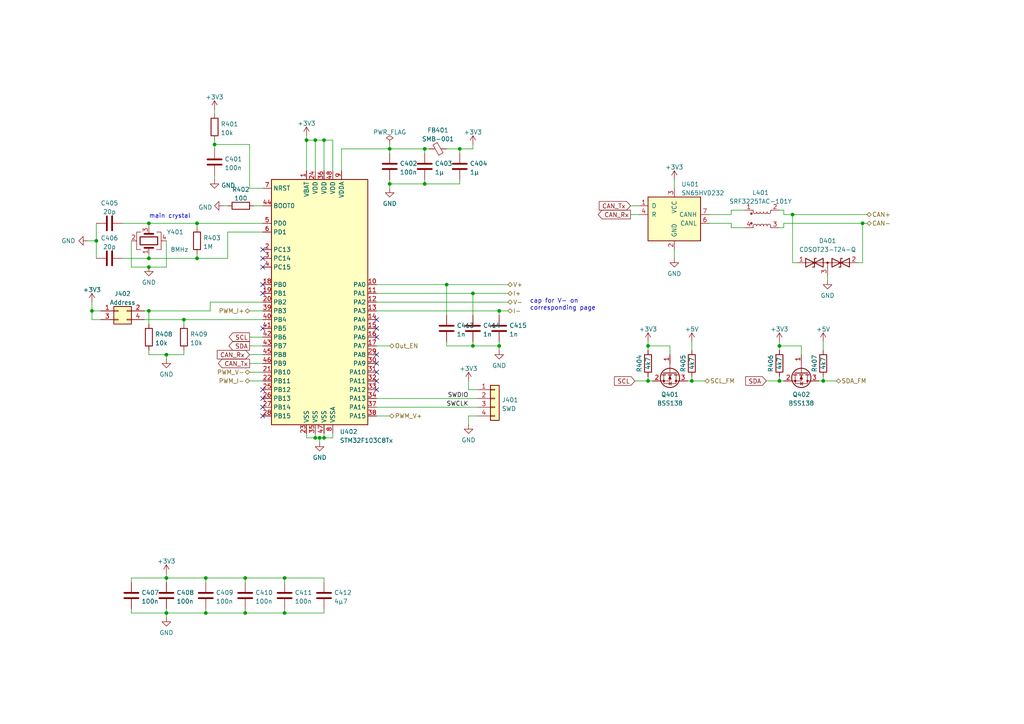
<source format=kicad_sch>
(kicad_sch (version 20211123) (generator eeschema)
  (paper "A4")
  (title_block (title "CPU and Bus") (date "2022-11-27") (rev "Rev V1.0") (company "Synthron"))
  (lib_symbols
    (symbol "Connector_Generic:Conn_01x04" (pin_names (offset 1.016) hide)
      (property "Reference" "J" (at 0 5.08 0))
      (property "Value" "Conn_01x04" (at 0 -7.62 0))
      (symbol "Conn_01x04_1_1"
        (rectangle (start -1.27 -4.953) (end 0 -5.207) (stroke (width 0.1524)))
        (rectangle (start -1.27 -2.413) (end 0 -2.667) (stroke (width 0.1524)))
        (rectangle (start -1.27 0.127) (end 0 -0.127) (stroke (width 0.1524)))
        (rectangle (start -1.27 2.667) (end 0 2.413) (stroke (width 0.1524)))
        (rectangle (start -1.27 3.81) (end 1.27 -6.35) (stroke (width 0.254)) (fill (type background)))
        (pin passive line (at -5.08 2.54 0) (length 3.81) (name "Pin_1") (number "1"))
        (pin passive line (at -5.08 0 0) (length 3.81) (name "Pin_2") (number "2"))
        (pin passive line (at -5.08 -2.54 0) (length 3.81) (name "Pin_3") (number "3"))
        (pin passive line (at -5.08 -5.08 0) (length 3.81) (name "Pin_4") (number "4"))
      )
    )
    (symbol "Connector_Generic:Conn_02x02_Odd_Even" (pin_names (offset 1.016) hide)
      (property "Reference" "J" (at 1.27 2.54 0))
      (property "Value" "Conn_02x02_Odd_Even" (at 1.27 -5.08 0))
      (symbol "Conn_02x02_Odd_Even_1_1"
        (rectangle (start -1.27 -2.413) (end 0 -2.667) (stroke (width 0.1524)))
        (rectangle (start -1.27 0.127) (end 0 -0.127) (stroke (width 0.1524)))
        (rectangle (start -1.27 1.27) (end 3.81 -3.81) (stroke (width 0.254)) (fill (type background)))
        (rectangle (start 3.81 -2.413) (end 2.54 -2.667) (stroke (width 0.1524)))
        (rectangle (start 3.81 0.127) (end 2.54 -0.127) (stroke (width 0.1524)))
        (pin passive line (at -5.08 0 0) (length 3.81) (name "Pin_1") (number "1"))
        (pin passive line (at 7.62 0 180) (length 3.81) (name "Pin_2") (number "2"))
        (pin passive line (at -5.08 -2.54 0) (length 3.81) (name "Pin_3") (number "3"))
        (pin passive line (at 7.62 -2.54 180) (length 3.81) (name "Pin_4") (number "4"))
      )
    )
    (symbol "Device:C" (pin_numbers hide) (pin_names (offset 0.254))
      (property "Reference" "C" (at 0.635 2.54 0))
      (property "Value" "C" (at 0.635 -2.54 0))
      (symbol "C_0_1"
        (polyline (pts (xy -2.032 -0.762) (xy 2.032 -0.762)) (stroke (width 0.508)))
        (polyline (pts (xy -2.032 0.762) (xy 2.032 0.762)) (stroke (width 0.508)))
      )
      (symbol "C_1_1"
        (pin passive line (at 0 3.81 270) (length 2.794) (name "~") (number "1"))
        (pin passive line (at 0 -3.81 90) (length 2.794) (name "~") (number "2"))
      )
    )
    (symbol "Device:Crystal_GND24" (pin_names (offset 1.016) hide)
      (property "Reference" "Y" (at 3.175 5.08 0))
      (property "Value" "Crystal_GND24" (at 3.175 3.175 0))
      (symbol "Crystal_GND24_0_1"
        (rectangle (start -1.143 2.54) (end 1.143 -2.54) (stroke (width 0.3048)))
        (polyline (pts (xy -2.54 0) (xy -2.032 0)))
        (polyline (pts (xy -2.032 -1.27) (xy -2.032 1.27)) (stroke (width 0.508)))
        (polyline (pts (xy 0 -3.81) (xy 0 -3.556)))
        (polyline (pts (xy 0 3.556) (xy 0 3.81)))
        (polyline (pts (xy 2.032 -1.27) (xy 2.032 1.27)) (stroke (width 0.508)))
        (polyline (pts (xy 2.032 0) (xy 2.54 0)))
        (polyline (pts (xy -2.54 -2.286) (xy -2.54 -3.556) (xy 2.54 -3.556) (xy 2.54 -2.286)))
        (polyline (pts (xy -2.54 2.286) (xy -2.54 3.556) (xy 2.54 3.556) (xy 2.54 2.286)))
      )
      (symbol "Crystal_GND24_1_1"
        (pin passive line (at -3.81 0 0) (length 1.27) (name "1") (number "1"))
        (pin passive line (at 0 5.08 270) (length 1.27) (name "2") (number "2"))
        (pin passive line (at 3.81 0 180) (length 1.27) (name "3") (number "3"))
        (pin passive line (at 0 -5.08 90) (length 1.27) (name "4") (number "4"))
      )
    )
    (symbol "Device:D_TVS_Dual_AAC" (pin_names (offset 1.016) hide)
      (property "Reference" "D" (at 0 4.445 0))
      (property "Value" "D_TVS_Dual_AAC" (at 0 2.54 0))
      (symbol "D_TVS_Dual_AAC_0_0"
        (polyline (pts (xy 0 -1.27) (xy 0 0)))
      )
      (symbol "D_TVS_Dual_AAC_0_1"
        (polyline (pts (xy -6.35 0) (xy 6.35 0)))
        (polyline (pts (xy -3.302 1.27) (xy -3.81 1.27) (xy -3.81 -1.27) (xy -4.318 -1.27)) (stroke (width 0.254)))
        (polyline (pts (xy 4.318 1.27) (xy 3.81 1.27) (xy 3.81 -1.27) (xy 3.302 -1.27)) (stroke (width 0.254)))
        (polyline (pts (xy -6.35 1.27) (xy -1.27 -1.27) (xy -1.27 1.27) (xy -6.35 -1.27) (xy -6.35 1.27)) (stroke (width 0.254)))
        (polyline (pts (xy 6.35 1.27) (xy 1.27 -1.27) (xy 1.27 1.27) (xy 6.35 -1.27) (xy 6.35 1.27)) (stroke (width 0.254)))
        (circle (center 0 0) (radius 0.254) (fill (type outline)))
      )
      (symbol "D_TVS_Dual_AAC_1_1"
        (pin passive line (at -8.89 0 0) (length 2.54) (name "A1") (number "1"))
        (pin passive line (at 8.89 0 180) (length 2.54) (name "A2") (number "2"))
        (pin input line (at 0 -3.81 90) (length 2.54) (name "common") (number "3"))
      )
    )
    (symbol "Device:FerriteBead_Small" (pin_numbers hide) (pin_names (offset 0))
      (property "Reference" "FB" (at 1.905 1.27 0))
      (property "Value" "FerriteBead_Small" (at 1.905 -1.27 0))
      (symbol "FerriteBead_Small_0_1"
        (polyline (pts (xy 0 -1.27) (xy 0 -0.7874)))
        (polyline (pts (xy 0 0.889) (xy 0 1.2954)))
        (polyline (pts (xy -1.8288 0.2794) (xy -1.1176 1.4986) (xy 1.8288 -0.2032) (xy 1.1176 -1.4224) (xy -1.8288 0.2794)))
      )
      (symbol "FerriteBead_Small_1_1"
        (pin passive line (at 0 2.54 270) (length 1.27) (name "~") (number "1"))
        (pin passive line (at 0 -2.54 90) (length 1.27) (name "~") (number "2"))
      )
    )
    (symbol "Device:L_Coupled_1243" (pin_names (offset 0.254) hide)
      (property "Reference" "L" (at 0 4.445 0))
      (property "Value" "L_Coupled_1243" (at 0 -4.445 0))
      (symbol "L_Coupled_1243_0_1"
        (circle (center -3.048 -1.27) (radius 0.254) (fill (type outline)))
        (circle (center -3.048 1.524) (radius 0.254) (fill (type outline)))
        (arc (start -2.54 2.032) (mid -2.032 1.524) (end -1.524 2.032))
        (arc (start -1.524 -2.032) (mid -2.032 -1.524) (end -2.54 -2.032))
        (arc (start -1.524 2.032) (mid -1.016 1.524) (end -0.508 2.032))
        (arc (start -0.508 -2.032) (mid -1.016 -1.524) (end -1.524 -2.032))
        (arc (start -0.508 2.032) (mid 0 1.524) (end 0.508 2.032))
        (polyline (pts (xy -2.54 -2.032) (xy -2.54 -2.54)))
        (polyline (pts (xy -2.54 2.032) (xy -2.54 2.54)))
        (polyline (pts (xy 2.54 -2.032) (xy 2.54 -2.54)))
        (polyline (pts (xy 2.54 2.54) (xy 2.54 2.032)))
        (arc (start 0.508 -2.032) (mid 0 -1.524) (end -0.508 -2.032))
        (arc (start 0.508 2.032) (mid 1.016 1.524) (end 1.524 2.032))
        (arc (start 1.524 -2.032) (mid 1.016 -1.524) (end 0.508 -2.032))
        (arc (start 1.524 2.032) (mid 2.032 1.524) (end 2.54 2.032))
        (arc (start 2.54 -2.032) (mid 2.032 -1.524) (end 1.524 -2.032))
      )
      (symbol "L_Coupled_1243_1_1"
        (pin passive line (at -5.08 2.54 0) (length 2.54) (name "1") (number "1"))
        (pin passive line (at 5.08 2.54 180) (length 2.54) (name "2") (number "2"))
        (pin passive line (at 5.08 -2.54 180) (length 2.54) (name "3") (number "3"))
        (pin passive line (at -5.08 -2.54 0) (length 2.54) (name "4") (number "4"))
      )
    )
    (symbol "Device:R" (pin_numbers hide) (pin_names (offset 0))
      (property "Reference" "R" (at 2.032 0 90))
      (property "Value" "R" (at 0 0 90))
      (symbol "R_0_1"
        (rectangle (start -1.016 -2.54) (end 1.016 2.54) (stroke (width 0.254)))
      )
      (symbol "R_1_1"
        (pin passive line (at 0 3.81 270) (length 1.27) (name "~") (number "1"))
        (pin passive line (at 0 -3.81 90) (length 1.27) (name "~") (number "2"))
      )
    )
    (symbol "Interface_CAN_LIN:SN65HVD232" (pin_names (offset 1.016))
      (property "Reference" "U" (at -2.54 10.16 0))
      (property "Value" "SN65HVD232" (at -2.54 7.62 0))
      (symbol "SN65HVD232_0_1"
        (rectangle (start -7.62 5.08) (end 7.62 -7.62) (stroke (width 0.254)) (fill (type background)))
      )
      (symbol "SN65HVD232_1_1"
        (pin input line (at -10.16 2.54 0) (length 2.54) (name "D") (number "1"))
        (pin power_in line (at 0 -10.16 90) (length 2.54) (name "GND") (number "2"))
        (pin power_in line (at 0 7.62 270) (length 2.54) (name "VCC") (number "3"))
        (pin output line (at -10.16 0 0) (length 2.54) (name "R") (number "4"))
        (pin no_connect line (at -10.16 -2.54 0) (length 2.54) hide (name "NC") (number "5"))
        (pin bidirectional line (at 10.16 -2.54 180) (length 2.54) (name "CANL") (number "6"))
        (pin bidirectional line (at 10.16 0 180) (length 2.54) (name "CANH") (number "7"))
        (pin no_connect line (at -10.16 -5.08 0) (length 2.54) hide (name "NC") (number "8"))
      )
    )
    (symbol "MCU_ST_STM32F1:STM32F103C8Tx"
      (property "Reference" "U" (at -15.24 36.83 0))
      (property "Value" "STM32F103C8Tx" (at 7.62 36.83 0))
      (symbol "STM32F103C8Tx_0_1"
        (rectangle (start -15.24 -35.56) (end 12.7 35.56) (stroke (width 0.254)) (fill (type background)))
      )
      (symbol "STM32F103C8Tx_1_1"
        (pin power_in line (at -5.08 38.1 270) (length 2.54) (name "VBAT") (number "1"))
        (pin bidirectional line (at 15.24 5.08 180) (length 2.54) (name "PA0") (number "10"))
        (pin bidirectional line (at 15.24 2.54 180) (length 2.54) (name "PA1") (number "11"))
        (pin bidirectional line (at 15.24 0 180) (length 2.54) (name "PA2") (number "12"))
        (pin bidirectional line (at 15.24 -2.54 180) (length 2.54) (name "PA3") (number "13"))
        (pin bidirectional line (at 15.24 -5.08 180) (length 2.54) (name "PA4") (number "14"))
        (pin bidirectional line (at 15.24 -7.62 180) (length 2.54) (name "PA5") (number "15"))
        (pin bidirectional line (at 15.24 -10.16 180) (length 2.54) (name "PA6") (number "16"))
        (pin bidirectional line (at 15.24 -12.7 180) (length 2.54) (name "PA7") (number "17"))
        (pin bidirectional line (at -17.78 5.08 0) (length 2.54) (name "PB0") (number "18"))
        (pin bidirectional line (at -17.78 2.54 0) (length 2.54) (name "PB1") (number "19"))
        (pin bidirectional line (at -17.78 15.24 0) (length 2.54) (name "PC13") (number "2"))
        (pin bidirectional line (at -17.78 0 0) (length 2.54) (name "PB2") (number "20"))
        (pin bidirectional line (at -17.78 -20.32 0) (length 2.54) (name "PB10") (number "21"))
        (pin bidirectional line (at -17.78 -22.86 0) (length 2.54) (name "PB11") (number "22"))
        (pin power_in line (at -5.08 -38.1 90) (length 2.54) (name "VSS") (number "23"))
        (pin power_in line (at -2.54 38.1 270) (length 2.54) (name "VDD") (number "24"))
        (pin bidirectional line (at -17.78 -25.4 0) (length 2.54) (name "PB12") (number "25"))
        (pin bidirectional line (at -17.78 -27.94 0) (length 2.54) (name "PB13") (number "26"))
        (pin bidirectional line (at -17.78 -30.48 0) (length 2.54) (name "PB14") (number "27"))
        (pin bidirectional line (at -17.78 -33.02 0) (length 2.54) (name "PB15") (number "28"))
        (pin bidirectional line (at 15.24 -15.24 180) (length 2.54) (name "PA8") (number "29"))
        (pin bidirectional line (at -17.78 12.7 0) (length 2.54) (name "PC14") (number "3"))
        (pin bidirectional line (at 15.24 -17.78 180) (length 2.54) (name "PA9") (number "30"))
        (pin bidirectional line (at 15.24 -20.32 180) (length 2.54) (name "PA10") (number "31"))
        (pin bidirectional line (at 15.24 -22.86 180) (length 2.54) (name "PA11") (number "32"))
        (pin bidirectional line (at 15.24 -25.4 180) (length 2.54) (name "PA12") (number "33"))
        (pin bidirectional line (at 15.24 -27.94 180) (length 2.54) (name "PA13") (number "34"))
        (pin power_in line (at -2.54 -38.1 90) (length 2.54) (name "VSS") (number "35"))
        (pin power_in line (at 0 38.1 270) (length 2.54) (name "VDD") (number "36"))
        (pin bidirectional line (at 15.24 -30.48 180) (length 2.54) (name "PA14") (number "37"))
        (pin bidirectional line (at 15.24 -33.02 180) (length 2.54) (name "PA15") (number "38"))
        (pin bidirectional line (at -17.78 -2.54 0) (length 2.54) (name "PB3") (number "39"))
        (pin bidirectional line (at -17.78 10.16 0) (length 2.54) (name "PC15") (number "4"))
        (pin bidirectional line (at -17.78 -5.08 0) (length 2.54) (name "PB4") (number "40"))
        (pin bidirectional line (at -17.78 -7.62 0) (length 2.54) (name "PB5") (number "41"))
        (pin bidirectional line (at -17.78 -10.16 0) (length 2.54) (name "PB6") (number "42"))
        (pin bidirectional line (at -17.78 -12.7 0) (length 2.54) (name "PB7") (number "43"))
        (pin input line (at -17.78 27.94 0) (length 2.54) (name "BOOT0") (number "44"))
        (pin bidirectional line (at -17.78 -15.24 0) (length 2.54) (name "PB8") (number "45"))
        (pin bidirectional line (at -17.78 -17.78 0) (length 2.54) (name "PB9") (number "46"))
        (pin power_in line (at 0 -38.1 90) (length 2.54) (name "VSS") (number "47"))
        (pin power_in line (at 2.54 38.1 270) (length 2.54) (name "VDD") (number "48"))
        (pin input line (at -17.78 22.86 0) (length 2.54) (name "PD0") (number "5"))
        (pin input line (at -17.78 20.32 0) (length 2.54) (name "PD1") (number "6"))
        (pin input line (at -17.78 33.02 0) (length 2.54) (name "NRST") (number "7"))
        (pin power_in line (at 2.54 -38.1 90) (length 2.54) (name "VSSA") (number "8"))
        (pin power_in line (at 5.08 38.1 270) (length 2.54) (name "VDDA") (number "9"))
      )
    )
    (symbol "Transistor_FET:BSS138" (pin_names hide)
      (property "Reference" "Q" (at 5.08 1.905 0))
      (property "Value" "BSS138" (at 5.08 0 0))
      (symbol "BSS138_0_1"
        (polyline (pts (xy 0.254 0) (xy -2.54 0)))
        (polyline (pts (xy 0.254 1.905) (xy 0.254 -1.905)) (stroke (width 0.254)))
        (polyline (pts (xy 0.762 -1.27) (xy 0.762 -2.286)) (stroke (width 0.254)))
        (polyline (pts (xy 0.762 0.508) (xy 0.762 -0.508)) (stroke (width 0.254)))
        (polyline (pts (xy 0.762 2.286) (xy 0.762 1.27)) (stroke (width 0.254)))
        (polyline (pts (xy 2.54 2.54) (xy 2.54 1.778)))
        (polyline (pts (xy 2.54 -2.54) (xy 2.54 0) (xy 0.762 0)))
        (polyline (pts (xy 0.762 -1.778) (xy 3.302 -1.778) (xy 3.302 1.778) (xy 0.762 1.778)))
        (polyline (pts (xy 1.016 0) (xy 2.032 0.381) (xy 2.032 -0.381) (xy 1.016 0)) (fill (type outline)))
        (polyline (pts (xy 2.794 0.508) (xy 2.921 0.381) (xy 3.683 0.381) (xy 3.81 0.254)))
        (polyline (pts (xy 3.302 0.381) (xy 2.921 -0.254) (xy 3.683 -0.254) (xy 3.302 0.381)))
        (circle (center 1.651 0) (radius 2.794) (stroke (width 0.254)))
        (circle (center 2.54 -1.778) (radius 0.254) (fill (type outline)))
        (circle (center 2.54 1.778) (radius 0.254) (fill (type outline)))
      )
      (symbol "BSS138_1_1"
        (pin input line (at -5.08 0 0) (length 2.54) (name "G") (number "1"))
        (pin passive line (at 2.54 -5.08 90) (length 2.54) (name "S") (number "2"))
        (pin passive line (at 2.54 5.08 270) (length 2.54) (name "D") (number "3"))
      )
    )
    (symbol "power:+3V3" (power) (pin_names (offset 0))
      (property "Value" "+3V3" (at 0 3.556 0))
      (symbol "+3V3_0_1"
        (polyline (pts (xy -0.762 1.27) (xy 0 2.54)))
        (polyline (pts (xy 0 0) (xy 0 2.54)))
        (polyline (pts (xy 0 2.54) (xy 0.762 1.27)))
      )
      (symbol "+3V3_1_1"
        (pin power_in line (at 0 0 90) (length 0) hide (name "+3V3") (number "1"))
      )
    )
    (symbol "power:+5V" (power) (pin_names (offset 0))
      (property "Value" "+5V" (at 0 3.556 0))
      (symbol "+5V_0_1"
        (polyline (pts (xy -0.762 1.27) (xy 0 2.54)))
        (polyline (pts (xy 0 0) (xy 0 2.54)))
        (polyline (pts (xy 0 2.54) (xy 0.762 1.27)))
      )
      (symbol "+5V_1_1"
        (pin power_in line (at 0 0 90) (length 0) hide (name "+5V") (number "1"))
      )
    )
    (symbol "power:GND" (power) (pin_names (offset 0))
      (property "Value" "GND" (at 0 -3.81 0))
      (symbol "GND_0_1"
        (polyline (pts (xy 0 0) (xy 0 -1.27) (xy 1.27 -1.27) (xy 0 -2.54) (xy -1.27 -1.27) (xy 0 -1.27)))
      )
      (symbol "GND_1_1"
        (pin power_in line (at 0 0 270) (length 0) hide (name "GND") (number "1"))
      )
    )
    (symbol "power:PWR_FLAG" (power) (pin_numbers hide) (pin_names (offset 0) hide)
      (property "Value" "PWR_FLAG" (at 0 3.81 0))
      (symbol "PWR_FLAG_0_0"
        (pin power_out line (at 0 0 90) (length 0) (name "pwr") (number "1"))
      )
      (symbol "PWR_FLAG_0_1"
        (polyline (pts (xy 0 0) (xy 0 1.27) (xy -1.016 1.905) (xy 0 2.54) (xy 1.016 1.905) (xy 0 1.27)))
      )
    )
  )
  (junction (at 43.18 64.77))
  (junction (at 48.26 167.64))
  (junction (at 113.03 43.18))
  (junction (at 82.55 177.8))
  (junction (at 71.12 177.8))
  (junction (at 123.19 53.34))
  (junction (at 226.06 110.49))
  (junction (at 226.06 100.33))
  (junction (at 62.23 41.91))
  (junction (at 93.98 40.64))
  (junction (at 27.94 69.85))
  (junction (at 91.44 40.64))
  (junction (at 57.15 74.93))
  (junction (at 48.26 177.8))
  (junction (at 59.69 177.8))
  (junction (at 238.76 110.49))
  (junction (at 71.12 167.64))
  (junction (at 92.71 127))
  (junction (at 123.19 43.18))
  (junction (at 113.03 53.34))
  (junction (at 187.96 110.49))
  (junction (at 229.87 62.23))
  (junction (at 93.98 127))
  (junction (at 250.19 64.77))
  (junction (at 187.96 100.33))
  (junction (at 26.67 90.17))
  (junction (at 53.34 92.71))
  (junction (at 88.9 40.64))
  (junction (at 57.15 64.77))
  (junction (at 144.78 100.33))
  (junction (at 43.18 77.47))
  (junction (at 59.69 167.64))
  (junction (at 137.16 100.33))
  (junction (at 137.16 85.09))
  (junction (at 91.44 127))
  (junction (at 48.26 102.87))
  (junction (at 129.54 82.55))
  (junction (at 133.35 43.18))
  (junction (at 43.18 90.17))
  (junction (at 82.55 167.64))
  (junction (at 144.78 90.17))
  (junction (at 200.66 110.49))
  (junction (at 43.18 74.93))
  (no_connect (at 109.22 92.71))
  (no_connect (at 109.22 97.79))
  (no_connect (at 76.2 82.55))
  (no_connect (at 109.22 110.49))
  (no_connect (at 76.2 85.09))
  (no_connect (at 109.22 107.95))
  (no_connect (at 76.2 120.65))
  (no_connect (at 76.2 113.03))
  (no_connect (at 76.2 95.25))
  (no_connect (at 76.2 72.39))
  (no_connect (at 109.22 105.41))
  (no_connect (at 76.2 115.57))
  (no_connect (at 76.2 118.11))
  (no_connect (at 76.2 74.93))
  (no_connect (at 109.22 95.25))
  (no_connect (at 109.22 102.87))
  (no_connect (at 76.2 77.47))
  (no_connect (at 109.22 113.03))
  (wire (pts (xy 72.39 105.41) (xy 76.2 105.41)))
  (wire (pts (xy 57.15 64.77) (xy 76.2 64.77)))
  (wire (pts (xy 91.44 127) (xy 92.71 127)))
  (wire (pts (xy 48.26 167.64) (xy 59.69 167.64)))
  (wire (pts (xy 182.88 59.69) (xy 185.42 59.69)))
  (wire (pts (xy 144.78 99.06) (xy 144.78 100.33)))
  (wire (pts (xy 38.1 77.47) (xy 43.18 77.47)))
  (wire (pts (xy 250.19 76.2) (xy 250.19 64.77)))
  (wire (pts (xy 133.35 52.07) (xy 133.35 53.34)))
  (wire (pts (xy 182.88 62.23) (xy 185.42 62.23)))
  (wire (pts (xy 227.33 62.23) (xy 229.87 62.23)))
  (wire (pts (xy 82.55 167.64) (xy 93.98 167.64)))
  (wire (pts (xy 57.15 64.77) (xy 57.15 66.04)))
  (wire (pts (xy 41.91 92.71) (xy 53.34 92.71)))
  (wire (pts (xy 129.54 100.33) (xy 137.16 100.33)))
  (wire (pts (xy 123.19 52.07) (xy 123.19 53.34)))
  (wire (pts (xy 226.06 99.06) (xy 226.06 100.33)))
  (wire (pts (xy 137.16 99.06) (xy 137.16 100.33)))
  (wire (pts (xy 62.23 41.91) (xy 72.39 41.91)))
  (wire (pts (xy 93.98 177.8) (xy 82.55 177.8)))
  (wire (pts (xy 187.96 100.33) (xy 187.96 101.6)))
  (wire (pts (xy 113.03 43.18) (xy 113.03 44.45)))
  (wire (pts (xy 71.12 167.64) (xy 82.55 167.64)))
  (wire (pts (xy 62.23 40.64) (xy 62.23 41.91)))
  (wire (pts (xy 109.22 120.65) (xy 113.03 120.65)))
  (wire (pts (xy 200.66 110.49) (xy 199.39 110.49)))
  (wire (pts (xy 109.22 90.17) (xy 144.78 90.17)))
  (wire (pts (xy 99.06 43.18) (xy 113.03 43.18)))
  (wire (pts (xy 133.35 43.18) (xy 133.35 44.45)))
  (wire (pts (xy 129.54 82.55) (xy 129.54 91.44)))
  (wire (pts (xy 250.19 64.77) (xy 251.46 64.77)))
  (wire (pts (xy 48.26 69.85) (xy 48.26 77.47)))
  (wire (pts (xy 212.09 60.96) (xy 215.9 60.96)))
  (wire (pts (xy 38.1 69.85) (xy 38.1 77.47)))
  (wire (pts (xy 88.9 40.64) (xy 88.9 49.53)))
  (wire (pts (xy 238.76 99.06) (xy 238.76 101.6)))
  (wire (pts (xy 48.26 177.8) (xy 59.69 177.8)))
  (wire (pts (xy 59.69 167.64) (xy 59.69 168.91)))
  (wire (pts (xy 29.21 90.17) (xy 26.67 90.17)))
  (wire (pts (xy 57.15 73.66) (xy 57.15 74.93)))
  (wire (pts (xy 232.41 102.87) (xy 232.41 100.33)))
  (wire (pts (xy 26.67 90.17) (xy 26.67 92.71)))
  (wire (pts (xy 71.12 177.8) (xy 59.69 177.8)))
  (wire (pts (xy 72.39 54.61) (xy 76.2 54.61)))
  (wire (pts (xy 88.9 125.73) (xy 88.9 127)))
  (wire (pts (xy 195.58 52.07) (xy 195.58 54.61)))
  (wire (pts (xy 72.39 97.79) (xy 76.2 97.79)))
  (wire (pts (xy 113.03 41.91) (xy 113.03 43.18)))
  (wire (pts (xy 212.09 64.77) (xy 212.09 66.04)))
  (wire (pts (xy 187.96 109.22) (xy 187.96 110.49)))
  (wire (pts (xy 72.39 90.17) (xy 76.2 90.17)))
  (wire (pts (xy 48.26 102.87) (xy 53.34 102.87)))
  (wire (pts (xy 73.66 59.69) (xy 76.2 59.69)))
  (wire (pts (xy 64.77 59.69) (xy 66.04 59.69)))
  (wire (pts (xy 212.09 62.23) (xy 212.09 60.96)))
  (wire (pts (xy 96.52 40.64) (xy 93.98 40.64)))
  (wire (pts (xy 133.35 43.18) (xy 129.54 43.18)))
  (wire (pts (xy 82.55 177.8) (xy 71.12 177.8)))
  (wire (pts (xy 71.12 167.64) (xy 71.12 168.91)))
  (wire (pts (xy 248.92 76.2) (xy 250.19 76.2)))
  (wire (pts (xy 82.55 176.53) (xy 82.55 177.8)))
  (wire (pts (xy 53.34 102.87) (xy 53.34 101.6)))
  (wire (pts (xy 144.78 90.17) (xy 147.32 90.17)))
  (wire (pts (xy 48.26 167.64) (xy 38.1 167.64)))
  (wire (pts (xy 91.44 40.64) (xy 88.9 40.64)))
  (wire (pts (xy 123.19 43.18) (xy 113.03 43.18)))
  (wire (pts (xy 99.06 43.18) (xy 99.06 49.53)))
  (wire (pts (xy 137.16 85.09) (xy 137.16 91.44)))
  (wire (pts (xy 124.46 43.18) (xy 123.19 43.18)))
  (wire (pts (xy 59.69 167.64) (xy 71.12 167.64)))
  (wire (pts (xy 93.98 127) (xy 96.52 127)))
  (wire (pts (xy 240.03 80.01) (xy 240.03 81.28)))
  (wire (pts (xy 133.35 53.34) (xy 123.19 53.34)))
  (wire (pts (xy 29.21 92.71) (xy 26.67 92.71)))
  (wire (pts (xy 194.31 100.33) (xy 187.96 100.33)))
  (wire (pts (xy 200.66 99.06) (xy 200.66 101.6)))
  (wire (pts (xy 222.25 110.49) (xy 226.06 110.49)))
  (wire (pts (xy 144.78 90.17) (xy 144.78 91.44)))
  (wire (pts (xy 135.89 110.49) (xy 135.89 113.03)))
  (wire (pts (xy 113.03 53.34) (xy 113.03 52.07)))
  (wire (pts (xy 60.96 90.17) (xy 43.18 90.17)))
  (wire (pts (xy 91.44 125.73) (xy 91.44 127)))
  (wire (pts (xy 43.18 101.6) (xy 43.18 102.87)))
  (wire (pts (xy 137.16 43.18) (xy 133.35 43.18)))
  (wire (pts (xy 232.41 100.33) (xy 226.06 100.33)))
  (wire (pts (xy 72.39 41.91) (xy 72.39 54.61)))
  (wire (pts (xy 48.26 77.47) (xy 43.18 77.47)))
  (wire (pts (xy 41.91 90.17) (xy 43.18 90.17)))
  (wire (pts (xy 72.39 100.33) (xy 76.2 100.33)))
  (wire (pts (xy 72.39 110.49) (xy 76.2 110.49)))
  (wire (pts (xy 48.26 102.87) (xy 48.26 104.14)))
  (wire (pts (xy 27.94 64.77) (xy 27.94 69.85)))
  (wire (pts (xy 135.89 123.19) (xy 135.89 120.65)))
  (wire (pts (xy 137.16 85.09) (xy 147.32 85.09)))
  (wire (pts (xy 238.76 110.49) (xy 237.49 110.49)))
  (wire (pts (xy 60.96 87.63) (xy 60.96 90.17)))
  (wire (pts (xy 62.23 31.75) (xy 62.23 33.02)))
  (wire (pts (xy 226.06 100.33) (xy 226.06 101.6)))
  (wire (pts (xy 226.06 109.22) (xy 226.06 110.49)))
  (wire (pts (xy 72.39 107.95) (xy 76.2 107.95)))
  (wire (pts (xy 93.98 40.64) (xy 91.44 40.64)))
  (wire (pts (xy 62.23 50.8) (xy 62.23 52.07)))
  (wire (pts (xy 238.76 110.49) (xy 242.57 110.49)))
  (wire (pts (xy 43.18 64.77) (xy 35.56 64.77)))
  (wire (pts (xy 194.31 102.87) (xy 194.31 100.33)))
  (wire (pts (xy 26.67 87.63) (xy 26.67 90.17)))
  (wire (pts (xy 113.03 53.34) (xy 113.03 54.61)))
  (wire (pts (xy 200.66 109.22) (xy 200.66 110.49)))
  (wire (pts (xy 229.87 62.23) (xy 229.87 76.2)))
  (wire (pts (xy 88.9 127) (xy 91.44 127)))
  (wire (pts (xy 184.15 110.49) (xy 187.96 110.49)))
  (wire (pts (xy 35.56 74.93) (xy 43.18 74.93)))
  (wire (pts (xy 92.71 127) (xy 93.98 127)))
  (wire (pts (xy 200.66 110.49) (xy 204.47 110.49)))
  (wire (pts (xy 38.1 167.64) (xy 38.1 168.91)))
  (wire (pts (xy 88.9 39.37) (xy 88.9 40.64)))
  (wire (pts (xy 205.74 64.77) (xy 212.09 64.77)))
  (wire (pts (xy 43.18 74.93) (xy 57.15 74.93)))
  (wire (pts (xy 48.26 177.8) (xy 48.26 179.07)))
  (wire (pts (xy 43.18 64.77) (xy 43.18 66.04)))
  (wire (pts (xy 129.54 99.06) (xy 129.54 100.33)))
  (wire (pts (xy 96.52 40.64) (xy 96.52 49.53)))
  (wire (pts (xy 91.44 40.64) (xy 91.44 49.53)))
  (wire (pts (xy 72.39 102.87) (xy 76.2 102.87)))
  (wire (pts (xy 231.14 76.2) (xy 229.87 76.2)))
  (wire (pts (xy 227.33 60.96) (xy 227.33 62.23)))
  (wire (pts (xy 135.89 120.65) (xy 138.43 120.65)))
  (wire (pts (xy 53.34 92.71) (xy 53.34 93.98)))
  (wire (pts (xy 227.33 66.04) (xy 227.33 64.77)))
  (wire (pts (xy 76.2 67.31) (xy 66.04 67.31)))
  (wire (pts (xy 109.22 85.09) (xy 137.16 85.09)))
  (wire (pts (xy 212.09 66.04) (xy 215.9 66.04)))
  (wire (pts (xy 48.26 177.8) (xy 38.1 177.8)))
  (wire (pts (xy 93.98 176.53) (xy 93.98 177.8)))
  (wire (pts (xy 48.26 176.53) (xy 48.26 177.8)))
  (wire (pts (xy 123.19 44.45) (xy 123.19 43.18)))
  (wire (pts (xy 226.06 66.04) (xy 227.33 66.04)))
  (wire (pts (xy 229.87 62.23) (xy 251.46 62.23)))
  (wire (pts (xy 57.15 64.77) (xy 43.18 64.77)))
  (wire (pts (xy 109.22 82.55) (xy 129.54 82.55)))
  (wire (pts (xy 66.04 74.93) (xy 57.15 74.93)))
  (wire (pts (xy 137.16 100.33) (xy 144.78 100.33)))
  (wire (pts (xy 38.1 177.8) (xy 38.1 176.53)))
  (wire (pts (xy 59.69 177.8) (xy 59.69 176.53)))
  (wire (pts (xy 137.16 41.91) (xy 137.16 43.18)))
  (wire (pts (xy 71.12 176.53) (xy 71.12 177.8)))
  (wire (pts (xy 187.96 110.49) (xy 189.23 110.49)))
  (wire (pts (xy 48.26 166.37) (xy 48.26 167.64)))
  (wire (pts (xy 226.06 60.96) (xy 227.33 60.96)))
  (wire (pts (xy 76.2 87.63) (xy 60.96 87.63)))
  (wire (pts (xy 238.76 109.22) (xy 238.76 110.49)))
  (wire (pts (xy 92.71 127) (xy 92.71 128.27)))
  (wire (pts (xy 109.22 115.57) (xy 138.43 115.57)))
  (wire (pts (xy 48.26 167.64) (xy 48.26 168.91)))
  (wire (pts (xy 226.06 110.49) (xy 227.33 110.49)))
  (wire (pts (xy 93.98 40.64) (xy 93.98 49.53)))
  (wire (pts (xy 43.18 90.17) (xy 43.18 93.98)))
  (wire (pts (xy 227.33 64.77) (xy 250.19 64.77)))
  (wire (pts (xy 27.94 69.85) (xy 27.94 74.93)))
  (wire (pts (xy 144.78 100.33) (xy 144.78 101.6)))
  (wire (pts (xy 109.22 87.63) (xy 147.32 87.63)))
  (wire (pts (xy 129.54 82.55) (xy 147.32 82.55)))
  (wire (pts (xy 25.4 69.85) (xy 27.94 69.85)))
  (wire (pts (xy 62.23 41.91) (xy 62.23 43.18)))
  (wire (pts (xy 53.34 92.71) (xy 76.2 92.71)))
  (wire (pts (xy 93.98 125.73) (xy 93.98 127)))
  (wire (pts (xy 43.18 73.66) (xy 43.18 74.93)))
  (wire (pts (xy 135.89 113.03) (xy 138.43 113.03)))
  (wire (pts (xy 93.98 167.64) (xy 93.98 168.91)))
  (wire (pts (xy 195.58 72.39) (xy 195.58 74.93)))
  (wire (pts (xy 109.22 100.33) (xy 113.03 100.33)))
  (wire (pts (xy 109.22 118.11) (xy 138.43 118.11)))
  (wire (pts (xy 43.18 102.87) (xy 48.26 102.87)))
  (wire (pts (xy 123.19 53.34) (xy 113.03 53.34)))
  (wire (pts (xy 96.52 127) (xy 96.52 125.73)))
  (wire (pts (xy 205.74 62.23) (xy 212.09 62.23)))
  (wire (pts (xy 187.96 99.06) (xy 187.96 100.33)))
  (wire (pts (xy 66.04 67.31) (xy 66.04 74.93)))
  (wire (pts (xy 82.55 167.64) (xy 82.55 168.91)))
  (text "main crystal" (at 43.18 63.5 0) (effects (font (size 1.27 1.27)) (justify left bottom)))
  (text "cap for V- on \ncorresponding page" (at 153.67 90.17 0) (effects (font (size 1.27 1.27)) (justify left bottom)))
  (label "SWCLK" (at 135.89 118.11 180))
  (label "SWDIO" (at 135.89 115.57 180))
  (global_label "CAN_Tx" (shape output) (at 72.39 105.41 180) (property "Intersheet References" "${INTERSHEET_REFS}" (effects hide)))
  (global_label "SCL" (shape output) (at 72.39 97.79 180) (property "Intersheet References" "${INTERSHEET_REFS}" (effects hide)))
  (global_label "SDA" (shape output) (at 72.39 100.33 180) (property "Intersheet References" "${INTERSHEET_REFS}" (effects hide)))
  (global_label "CAN_Rx" (shape output) (at 182.88 62.23 180) (property "Intersheet References" "${INTERSHEET_REFS}" (effects hide)))
  (global_label "CAN_Tx" (shape input) (at 182.88 59.69 180) (property "Intersheet References" "${INTERSHEET_REFS}" (effects hide)))
  (global_label "SDA" (shape input) (at 222.25 110.49 180) (property "Intersheet References" "${INTERSHEET_REFS}" (effects hide)))
  (global_label "SCL" (shape input) (at 184.15 110.49 180) (property "Intersheet References" "${INTERSHEET_REFS}" (effects hide)))
  (global_label "CAN_Rx" (shape input) (at 72.39 102.87 180) (property "Intersheet References" "${INTERSHEET_REFS}" (effects hide)))
  (hierarchical_label "PWM_I-" (shape bidirectional) (at 72.39 110.49 180))
  (hierarchical_label "V-" (shape bidirectional) (at 147.32 87.63 0))
  (hierarchical_label "SCL_FM" (shape bidirectional) (at 204.47 110.49 0))
  (hierarchical_label "V+" (shape bidirectional) (at 147.32 82.55 0))
  (hierarchical_label "CAN-" (shape bidirectional) (at 251.46 64.77 0))
  (hierarchical_label "I-" (shape bidirectional) (at 147.32 90.17 0))
  (hierarchical_label "PWM_V+" (shape bidirectional) (at 113.03 120.65 0))
  (hierarchical_label "CAN+" (shape bidirectional) (at 251.46 62.23 0))
  (hierarchical_label "PWM_V-" (shape bidirectional) (at 72.39 107.95 180))
  (hierarchical_label "SDA_FM" (shape bidirectional) (at 242.57 110.49 0))
  (hierarchical_label "Out_EN" (shape bidirectional) (at 113.03 100.33 0))
  (hierarchical_label "I+" (shape bidirectional) (at 147.32 85.09 0))
  (hierarchical_label "PWM_I+" (shape bidirectional) (at 72.39 90.17 180))
  (symbol (lib_id "Device:C") (at 31.75 64.77 90) (unit 1)
    (property "Reference" "C405" (at 31.75 58.9112 90))
    (property "Value" "20p" (at 31.75 61.4481 90))
    (property "Footprint" "Capacitor_SMD:C_0805_2012Metric" (effects hide))
  )
  (symbol (lib_id "power:+3V3") (at 195.58 52.07 0) (unit 1)
    (property "Reference" "#PWR0405" (effects hide))
    (property "Value" "+3V3" (at 195.58 48.4942 0))
  )
  (symbol (lib_id "power:GND") (at 195.58 74.93 0) (unit 1)
    (property "Reference" "#PWR0409" (effects hide))
    (property "Value" "GND" (at 195.58 79.3734 0))
  )
  (symbol (lib_id "Device:C") (at 71.12 172.72 0) (unit 1)
    (property "Reference" "C410" (at 74.041 171.8853 0) (effects (justify left)))
    (property "Value" "100n" (at 74.041 174.4222 0) (effects (justify left)))
    (property "Footprint" "Capacitor_SMD:C_0805_2012Metric" (effects hide))
  )
  (symbol (lib_id "Device:D_TVS_Dual_AAC") (at 240.03 76.2 0) (unit 1)
    (property "Reference" "D401" (at 240.03 69.85 0))
    (property "Value" "CDSOT23-T24-Q" (at 240.03 72.39 0))
    (property "Footprint" "Package_TO_SOT_SMD:SOT-23" (effects hide))
  )
  (symbol (lib_id "power:+3V3") (at 26.67 87.63 0) (unit 1)
    (property "Reference" "#PWR0423" (effects hide))
    (property "Value" "+3V3" (at 26.67 84.0542 0))
  )
  (symbol (lib_id "power:+5V") (at 200.66 99.06 0) (unit 1)
    (property "Reference" "#PWR0413" (effects hide))
    (property "Value" "+5V" (at 200.66 95.4842 0))
  )
  (symbol (lib_id "power:PWR_FLAG") (at 113.03 41.91 0) (unit 1)
    (property "Reference" "#FLG0401" (effects hide))
    (property "Value" "PWR_FLAG" (at 113.03 38.3342 0))
  )
  (symbol (lib_id "Device:C") (at 59.69 172.72 0) (unit 1)
    (property "Reference" "C409" (at 62.611 171.8853 0) (effects (justify left)))
    (property "Value" "100n" (at 62.611 174.4222 0) (effects (justify left)))
    (property "Footprint" "Capacitor_SMD:C_0805_2012Metric" (effects hide))
  )
  (symbol (lib_id "Device:C") (at 62.23 46.99 0) (unit 1)
    (property "Reference" "C401" (at 65.151 46.1553 0) (effects (justify left)))
    (property "Value" "100n" (at 65.151 48.6922 0) (effects (justify left)))
    (property "Footprint" "Capacitor_SMD:C_0805_2012Metric" (effects hide))
  )
  (symbol (lib_id "Device:C") (at 48.26 172.72 0) (unit 1)
    (property "Reference" "C408" (at 51.181 171.8853 0) (effects (justify left)))
    (property "Value" "100n" (at 51.181 174.4222 0) (effects (justify left)))
    (property "Footprint" "Capacitor_SMD:C_0805_2012Metric" (effects hide))
  )
  (symbol (lib_id "Device:R") (at 200.66 105.41 180) (unit 1)
    (property "Reference" "R405" (at 198.12 105.41 90))
    (property "Value" "4k7" (at 200.66 105.41 90))
    (property "Footprint" "Resistor_SMD:R_0805_2012Metric" (effects hide))
  )
  (symbol (lib_id "Transistor_FET:BSS138") (at 232.41 107.95 270) (unit 1)
    (property "Reference" "Q402" (at 232.41 114.4254 90))
    (property "Value" "BSS138" (at 232.41 116.9623 90))
    (property "Footprint" "Package_TO_SOT_SMD:SOT-23" (effects hide))
    (property "Datasheet" "https://www.onsemi.com/pub/Collateral/BSS138-D.PDF" (effects hide))
  )
  (symbol (lib_id "power:+3V3") (at 62.23 31.75 0) (unit 1)
    (property "Reference" "#PWR0401" (effects hide))
    (property "Value" "+3V3" (at 62.23 28.1742 0))
  )
  (symbol (lib_id "power:GND") (at 92.71 128.27 0) (unit 1)
    (property "Reference" "#PWR0418" (effects hide))
    (property "Value" "GND" (at 92.71 132.7134 0))
  )
  (symbol (lib_id "power:GND") (at 135.89 123.19 0) (unit 1)
    (property "Reference" "#PWR0417" (effects hide))
    (property "Value" "GND" (at 135.89 127.6334 0))
  )
  (symbol (lib_id "power:+5V") (at 238.76 99.06 0) (unit 1)
    (property "Reference" "#PWR0415" (effects hide))
    (property "Value" "+5V" (at 238.76 95.4842 0))
  )
  (symbol (lib_id "power:+3V3") (at 137.16 41.91 0) (mirror y) (unit 1)
    (property "Reference" "#PWR0403" (effects hide))
    (property "Value" "+3V3" (at 137.16 38.3342 0))
  )
  (symbol (lib_id "power:+3V3") (at 135.89 110.49 0) (unit 1)
    (property "Reference" "#PWR0416" (effects hide))
    (property "Value" "+3V3" (at 135.89 106.9142 0))
  )
  (symbol (lib_id "power:+3V3") (at 48.26 166.37 0) (unit 1)
    (property "Reference" "#PWR0419" (effects hide))
    (property "Value" "+3V3" (at 48.26 162.7942 0))
  )
  (symbol (lib_id "Device:C") (at 82.55 172.72 0) (unit 1)
    (property "Reference" "C411" (at 85.471 171.8853 0) (effects (justify left)))
    (property "Value" "100n" (at 85.471 174.4222 0) (effects (justify left)))
    (property "Footprint" "Capacitor_SMD:C_0805_2012Metric" (effects hide))
  )
  (symbol (lib_id "Device:R") (at 187.96 105.41 180) (unit 1)
    (property "Reference" "R404" (at 185.42 105.41 90))
    (property "Value" "4k7" (at 187.96 105.41 90))
    (property "Footprint" "Resistor_SMD:R_0805_2012Metric" (effects hide))
  )
  (symbol (lib_id "Device:C") (at 113.03 48.26 0) (unit 1)
    (property "Reference" "C402" (at 115.951 47.4253 0) (effects (justify left)))
    (property "Value" "100n" (at 115.951 49.9622 0) (effects (justify left)))
    (property "Footprint" "Capacitor_SMD:C_0805_2012Metric" (effects hide))
  )
  (symbol (lib_id "Device:R") (at 57.15 69.85 0) (unit 1)
    (property "Reference" "R403" (at 58.928 69.0153 0) (effects (justify left)))
    (property "Value" "1M" (at 58.928 71.5522 0) (effects (justify left)))
    (property "Footprint" "Resistor_SMD:R_0805_2012Metric" (effects hide))
  )
  (symbol (lib_id "Device:R") (at 53.34 97.79 0) (unit 1)
    (property "Reference" "R409" (at 55.118 96.9553 0) (effects (justify left)))
    (property "Value" "10k" (at 55.118 99.4922 0) (effects (justify left)))
    (property "Footprint" "Resistor_SMD:R_0805_2012Metric" (effects hide))
  )
  (symbol (lib_id "Device:C") (at 144.78 95.25 0) (unit 1)
    (property "Reference" "C415" (at 147.701 94.4153 0) (effects (justify left)))
    (property "Value" "1n" (at 147.701 96.9522 0) (effects (justify left)))
    (property "Footprint" "Capacitor_SMD:C_0805_2012Metric" (effects hide))
  )
  (symbol (lib_id "power:GND") (at 144.78 101.6 0) (unit 1)
    (property "Reference" "#PWR0422" (effects hide))
    (property "Value" "GND" (at 144.78 106.0434 0))
  )
  (symbol (lib_id "Device:FerriteBead_Small") (at 127 43.18 270) (mirror x) (unit 1)
    (property "Reference" "FB401" (at 127.0381 37.7784 90))
    (property "Value" "SMB-001" (at 127.0381 40.3153 90))
    (property "Footprint" "eigene:SMB-001" (effects hide))
  )
  (symbol (lib_id "Device:C") (at 93.98 172.72 0) (unit 1)
    (property "Reference" "C412" (at 96.901 171.8853 0) (effects (justify left)))
    (property "Value" "4µ7" (at 96.901 174.4222 0) (effects (justify left)))
    (property "Footprint" "Capacitor_SMD:C_0805_2012Metric" (effects hide))
  )
  (symbol (lib_id "Device:L_Coupled_1243") (at 220.98 63.5 0) (unit 1)
    (property "Reference" "L401" (at 220.599 55.88 0))
    (property "Value" "SRF3225TAC-101Y" (at 220.599 58.42 0))
    (property "Footprint" "eigene:SRF3225TAC" (effects hide))
  )
  (symbol (lib_id "power:GND") (at 48.26 179.07 0) (unit 1)
    (property "Reference" "#PWR0420" (effects hide))
    (property "Value" "GND" (at 48.26 183.5134 0))
  )
  (symbol (lib_id "power:GND") (at 240.03 81.28 0) (unit 1)
    (property "Reference" "#PWR0411" (effects hide))
    (property "Value" "GND" (at 240.03 85.7234 0))
  )
  (symbol (lib_id "power:GND") (at 48.26 104.14 0) (unit 1)
    (property "Reference" "#PWR0421" (effects hide))
    (property "Value" "GND" (at 48.26 108.5834 0))
  )
  (symbol (lib_id "Device:R") (at 69.85 59.69 90) (unit 1)
    (property "Reference" "R402" (at 69.85 54.9742 90))
    (property "Value" "100" (at 69.85 57.5111 90))
    (property "Footprint" "Resistor_SMD:R_0805_2012Metric" (effects hide))
  )
  (symbol (lib_id "power:+3V3") (at 88.9 39.37 0) (unit 1)
    (property "Reference" "#PWR0402" (effects hide))
    (property "Value" "+3V3" (at 88.9 35.7942 0))
  )
  (symbol (lib_id "Device:R") (at 43.18 97.79 0) (unit 1)
    (property "Reference" "R408" (at 44.958 96.9553 0) (effects (justify left)))
    (property "Value" "10k" (at 44.958 99.4922 0) (effects (justify left)))
    (property "Footprint" "Resistor_SMD:R_0805_2012Metric" (effects hide))
  )
  (symbol (lib_id "Device:C") (at 31.75 74.93 90) (unit 1)
    (property "Reference" "C406" (at 31.75 69.0712 90))
    (property "Value" "20p" (at 31.75 71.6081 90))
    (property "Footprint" "Capacitor_SMD:C_0805_2012Metric" (effects hide))
  )
  (symbol (lib_id "power:GND") (at 62.23 52.07 0) (unit 1)
    (property "Reference" "#PWR0404" (effects hide))
    (property "Value" "GND" (at 64.135 53.7738 0) (effects (justify left)))
  )
  (symbol (lib_id "Connector_Generic:Conn_01x04") (at 143.51 115.57 0) (unit 1)
    (property "Reference" "J401" (at 145.542 116.0053 0) (effects (justify left)))
    (property "Value" "SWD" (at 145.542 118.5422 0) (effects (justify left)))
    (property "Footprint" "Connector_JST:JST_XH_B4B-XH-A_1x04_P2.50mm_Vertical" (effects hide))
  )
  (symbol (lib_id "Device:R") (at 62.23 36.83 180) (unit 1)
    (property "Reference" "R401" (at 64.008 35.9953 0) (effects (justify right)))
    (property "Value" "10k" (at 64.008 38.5322 0) (effects (justify right)))
    (property "Footprint" "Resistor_SMD:R_0805_2012Metric" (effects hide))
  )
  (symbol (lib_id "power:GND") (at 25.4 69.85 270) (unit 1)
    (property "Reference" "#PWR0408" (effects hide))
    (property "Value" "GND" (at 17.78 69.85 90) (effects (justify left)))
  )
  (symbol (lib_id "power:GND") (at 64.77 59.69 270) (unit 1)
    (property "Reference" "#PWR0407" (effects hide))
    (property "Value" "GND" (at 61.5951 60.1238 90) (effects (justify right)))
  )
  (symbol (lib_id "power:+3V3") (at 226.06 99.06 0) (unit 1)
    (property "Reference" "#PWR0414" (effects hide))
    (property "Value" "+3V3" (at 226.06 95.4842 0))
  )
  (symbol (lib_id "Transistor_FET:BSS138") (at 194.31 107.95 270) (unit 1)
    (property "Reference" "Q401" (at 194.31 114.4254 90))
    (property "Value" "BSS138" (at 194.31 116.9623 90))
    (property "Footprint" "Package_TO_SOT_SMD:SOT-23" (effects hide))
    (property "Datasheet" "https://www.onsemi.com/pub/Collateral/BSS138-D.PDF" (effects hide))
  )
  (symbol (lib_id "Device:C") (at 123.19 48.26 0) (unit 1)
    (property "Reference" "C403" (at 126.111 47.4253 0) (effects (justify left)))
    (property "Value" "1µ" (at 126.111 49.9622 0) (effects (justify left)))
    (property "Footprint" "Capacitor_SMD:C_0805_2012Metric" (effects hide))
  )
  (symbol (lib_id "power:GND") (at 43.18 77.47 0) (unit 1)
    (property "Reference" "#PWR0410" (effects hide))
    (property "Value" "GND" (at 43.18 81.9134 0))
  )
  (symbol (lib_id "Device:C") (at 137.16 95.25 0) (unit 1)
    (property "Reference" "C414" (at 140.081 94.4153 0) (effects (justify left)))
    (property "Value" "1n" (at 140.081 96.9522 0) (effects (justify left)))
    (property "Footprint" "Capacitor_SMD:C_0805_2012Metric" (effects hide))
  )
  (symbol (lib_id "Interface_CAN_LIN:SN65HVD232") (at 195.58 62.23 0) (unit 1)
    (property "Reference" "U401" (at 197.5994 53.4502 0) (effects (justify left)))
    (property "Value" "SN65HVD232" (at 197.5994 55.9871 0) (effects (justify left)))
    (property "Footprint" "Package_SO:SOIC-8_3.9x4.9mm_P1.27mm" (effects hide))
    (property "Datasheet" "http://www.ti.com/lit/ds/symlink/sn65hvd230.pdf" (effects hide))
  )
  (symbol (lib_id "Connector_Generic:Conn_02x02_Odd_Even") (at 34.29 90.17 0) (unit 1)
    (property "Reference" "J402" (at 35.56 85.2002 0))
    (property "Value" "Address" (at 35.56 87.7371 0))
    (property "Footprint" "Connector_PinHeader_2.54mm:PinHeader_2x02_P2.54mm_Vertical" (effects hide))
  )
  (symbol (lib_id "Device:C") (at 38.1 172.72 0) (unit 1)
    (property "Reference" "C407" (at 41.021 171.8853 0) (effects (justify left)))
    (property "Value" "100n" (at 41.021 174.4222 0) (effects (justify left)))
    (property "Footprint" "Capacitor_SMD:C_0805_2012Metric" (effects hide))
  )
  (symbol (lib_id "Device:R") (at 238.76 105.41 180) (unit 1)
    (property "Reference" "R407" (at 236.22 105.41 90))
    (property "Value" "4k7" (at 238.76 105.41 90))
    (property "Footprint" "Resistor_SMD:R_0805_2012Metric" (effects hide))
  )
  (symbol (lib_id "Device:Crystal_GND24") (at 43.18 69.85 90) (unit 1)
    (property "Reference" "Y401" (at 50.8 67.31 90))
    (property "Value" "8MHz" (at 52.07 72.39 90))
    (property "Footprint" "Crystal:Crystal_SMD_5032-4Pin_5.0x3.2mm" (effects hide))
  )
  (symbol (lib_id "power:GND") (at 113.03 54.61 0) (unit 1)
    (property "Reference" "#PWR0406" (effects hide))
    (property "Value" "GND" (at 113.03 59.0534 0))
  )
  (symbol (lib_id "Device:R") (at 226.06 105.41 180) (unit 1)
    (property "Reference" "R406" (at 223.52 105.41 90))
    (property "Value" "4k7" (at 226.06 105.41 90))
    (property "Footprint" "Resistor_SMD:R_0805_2012Metric" (effects hide))
  )
  (symbol (lib_id "MCU_ST_STM32F1:STM32F103C8Tx") (at 93.98 87.63 0) (unit 1)
    (property "Reference" "U402" (at 98.5394 125.2204 0) (effects (justify left)))
    (property "Value" "STM32F103C8Tx" (at 98.5394 127.7573 0) (effects (justify left)))
    (property "Footprint" "Package_QFP:LQFP-48_7x7mm_P0.5mm" (effects hide))
    (property "Datasheet" "http://www.st.com/st-web-ui/static/active/en/resource/technical/document/datasheet/CD00161566.pdf" (effects hide))
  )
  (symbol (lib_id "Device:C") (at 129.54 95.25 0) (unit 1)
    (property "Reference" "C413" (at 132.461 94.4153 0) (effects (justify left)))
    (property "Value" "1n" (at 132.461 96.9522 0) (effects (justify left)))
    (property "Footprint" "Capacitor_SMD:C_0805_2012Metric" (effects hide))
  )
  (symbol (lib_id "power:+3V3") (at 187.96 99.06 0) (unit 1)
    (property "Reference" "#PWR0412" (effects hide))
    (property "Value" "+3V3" (at 187.96 95.4842 0))
  )
  (symbol (lib_id "Device:C") (at 133.35 48.26 0) (unit 1)
    (property "Reference" "C404" (at 136.271 47.4253 0) (effects (justify left)))
    (property "Value" "1µ" (at 136.271 49.9622 0) (effects (justify left)))
    (property "Footprint" "Capacitor_SMD:C_0805_2012Metric" (effects hide))
  )
)
</source>
